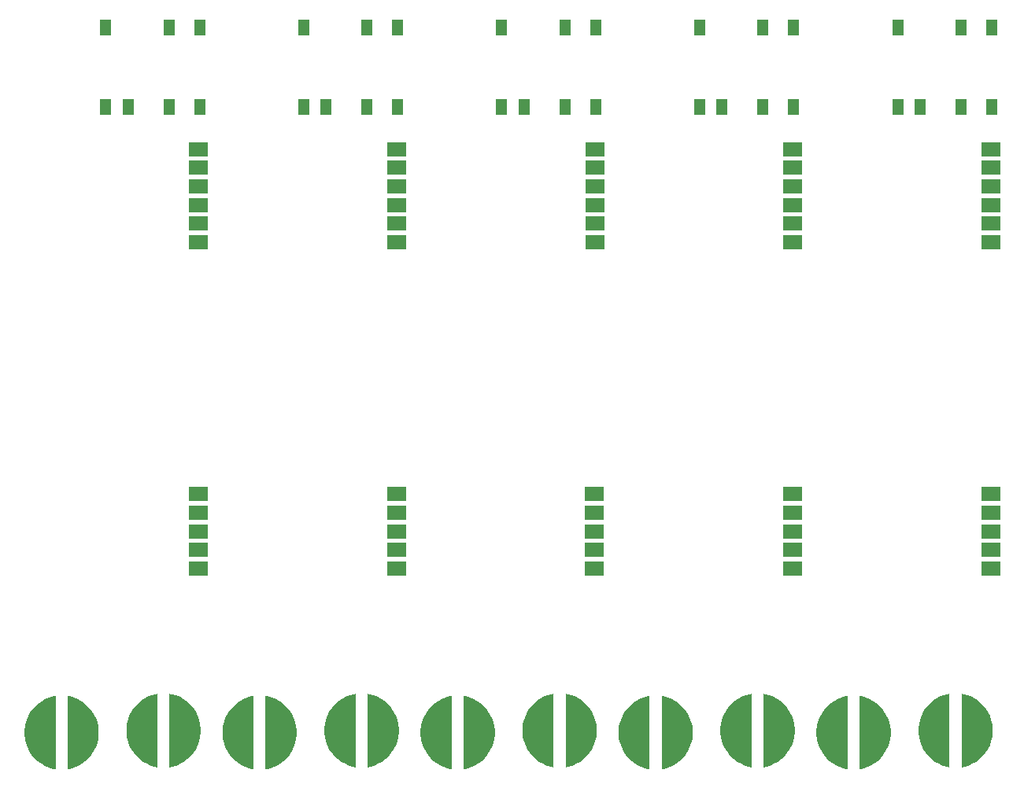
<source format=gtp>
G04*
G04 #@! TF.GenerationSoftware,Altium Limited,Altium Designer,19.1.8 (144)*
G04*
G04 Layer_Color=8421504*
%FSAX25Y25*%
%MOIN*%
G70*
G01*
G75*
%ADD11R,0.07874X0.05906*%
%ADD12R,0.05118X0.07087*%
G36*
X0541582Y0174286D02*
X0543359Y0173774D01*
X0545064Y0173058D01*
X0546673Y0172147D01*
X0548165Y0171054D01*
X0549518Y0169793D01*
X0550715Y0168384D01*
X0551739Y0166843D01*
X0552575Y0165194D01*
X0553212Y0163458D01*
X0553642Y0161659D01*
X0553859Y0159822D01*
Y0158898D01*
X0553859Y0157973D01*
X0553642Y0156137D01*
X0553212Y0154338D01*
X0552575Y0152602D01*
X0551739Y0150952D01*
X0550715Y0149412D01*
X0549518Y0148002D01*
X0548165Y0146742D01*
X0546673Y0145649D01*
X0545064Y0144738D01*
X0543359Y0144021D01*
X0541582Y0143509D01*
X0540669Y0143359D01*
X0540669Y0143359D01*
Y0174436D01*
X0541582Y0174286D01*
D02*
G37*
G36*
X0457724D02*
X0459501Y0173774D01*
X0461206Y0173058D01*
X0462815Y0172147D01*
X0464307Y0171054D01*
X0465660Y0169793D01*
X0466857Y0168384D01*
X0467880Y0166843D01*
X0468717Y0165194D01*
X0469354Y0163458D01*
X0469784Y0161659D01*
X0470000Y0159822D01*
Y0158898D01*
X0470000Y0157973D01*
X0469784Y0156137D01*
X0469354Y0154338D01*
X0468717Y0152602D01*
X0467880Y0150952D01*
X0466857Y0149412D01*
X0465660Y0148002D01*
X0464307Y0146742D01*
X0462815Y0145649D01*
X0461206Y0144738D01*
X0459501Y0144021D01*
X0457724Y0143509D01*
X0456811Y0143359D01*
X0456811Y0143359D01*
Y0174436D01*
X0457724Y0174286D01*
D02*
G37*
G36*
X0373865D02*
X0375642Y0173774D01*
X0377347Y0173058D01*
X0378957Y0172147D01*
X0380448Y0171054D01*
X0381802Y0169793D01*
X0382999Y0168384D01*
X0384022Y0166843D01*
X0384858Y0165194D01*
X0385496Y0163458D01*
X0385926Y0161659D01*
X0386142Y0159822D01*
Y0158898D01*
X0386142Y0157973D01*
X0385926Y0156137D01*
X0385496Y0154338D01*
X0384858Y0152602D01*
X0384022Y0150952D01*
X0382999Y0149412D01*
X0381802Y0148002D01*
X0380448Y0146742D01*
X0378957Y0145649D01*
X0377347Y0144738D01*
X0375642Y0144021D01*
X0373865Y0143509D01*
X0372953Y0143359D01*
X0372953Y0143359D01*
Y0174436D01*
X0373865Y0174286D01*
D02*
G37*
G36*
X0290007D02*
X0291784Y0173774D01*
X0293489Y0173058D01*
X0295098Y0172147D01*
X0296590Y0171054D01*
X0297943Y0169793D01*
X0299140Y0168384D01*
X0300164Y0166843D01*
X0301000Y0165194D01*
X0301637Y0163458D01*
X0302067Y0161659D01*
X0302284Y0159822D01*
Y0158898D01*
X0302284Y0157973D01*
X0302067Y0156137D01*
X0301637Y0154338D01*
X0301000Y0152602D01*
X0300164Y0150952D01*
X0299140Y0149412D01*
X0297944Y0148002D01*
X0296590Y0146742D01*
X0295098Y0145649D01*
X0293489Y0144738D01*
X0291784Y0144021D01*
X0290007Y0143509D01*
X0289095Y0143359D01*
X0289095Y0143359D01*
Y0174436D01*
X0290007Y0174286D01*
D02*
G37*
G36*
X0206149D02*
X0207926Y0173774D01*
X0209631Y0173058D01*
X0211240Y0172147D01*
X0212732Y0171054D01*
X0214085Y0169793D01*
X0215282Y0168384D01*
X0216305Y0166843D01*
X0217142Y0165194D01*
X0217779Y0163458D01*
X0218209Y0161659D01*
X0218425Y0159822D01*
Y0158898D01*
X0218425Y0157973D01*
X0218209Y0156137D01*
X0217779Y0154338D01*
X0217142Y0152602D01*
X0216305Y0150952D01*
X0215282Y0149412D01*
X0214085Y0148002D01*
X0212732Y0146742D01*
X0211240Y0145649D01*
X0209631Y0144738D01*
X0207926Y0144021D01*
X0206149Y0143509D01*
X0205236Y0143359D01*
X0205236Y0143359D01*
Y0174436D01*
X0206149Y0174286D01*
D02*
G37*
G36*
X0535551Y0143359D02*
X0534639Y0143509D01*
X0532862Y0144021D01*
X0531157Y0144738D01*
X0529548Y0145649D01*
X0528056Y0146742D01*
X0526702Y0148002D01*
X0525506Y0149412D01*
X0524482Y0150952D01*
X0523646Y0152602D01*
X0523009Y0154338D01*
X0522579Y0156136D01*
X0522362Y0157973D01*
Y0158897D01*
Y0158898D01*
X0522362Y0159822D01*
X0522579Y0161659D01*
X0523009Y0163458D01*
X0523646Y0165194D01*
X0524482Y0166843D01*
X0525506Y0168383D01*
X0526702Y0169793D01*
X0528056Y0171054D01*
X0529548Y0172147D01*
X0531157Y0173058D01*
X0532862Y0173774D01*
X0534639Y0174286D01*
X0535551Y0174436D01*
X0535551Y0174436D01*
X0535551Y0143359D01*
D02*
G37*
G36*
X0451693D02*
X0450781Y0143509D01*
X0449004Y0144021D01*
X0447299Y0144738D01*
X0445689Y0145649D01*
X0444198Y0146742D01*
X0442844Y0148002D01*
X0441647Y0149412D01*
X0440624Y0150952D01*
X0439788Y0152602D01*
X0439150Y0154338D01*
X0438720Y0156136D01*
X0438504Y0157973D01*
Y0158897D01*
Y0158898D01*
X0438504Y0159822D01*
X0438720Y0161659D01*
X0439150Y0163458D01*
X0439788Y0165194D01*
X0440624Y0166843D01*
X0441647Y0168383D01*
X0442844Y0169793D01*
X0444198Y0171054D01*
X0445689Y0172147D01*
X0447299Y0173058D01*
X0449004Y0173774D01*
X0450781Y0174286D01*
X0451693Y0174436D01*
X0451693Y0174436D01*
X0451693Y0143359D01*
D02*
G37*
G36*
X0367835D02*
X0366922Y0143509D01*
X0365145Y0144021D01*
X0363440Y0144738D01*
X0361831Y0145649D01*
X0360339Y0146742D01*
X0358986Y0148002D01*
X0357789Y0149412D01*
X0356766Y0150952D01*
X0355929Y0152602D01*
X0355292Y0154338D01*
X0354862Y0156136D01*
X0354646Y0157973D01*
Y0158897D01*
Y0158898D01*
X0354646Y0159822D01*
X0354862Y0161659D01*
X0355292Y0163458D01*
X0355929Y0165194D01*
X0356766Y0166843D01*
X0357789Y0168383D01*
X0358986Y0169793D01*
X0360339Y0171054D01*
X0361831Y0172147D01*
X0363440Y0173058D01*
X0365145Y0173774D01*
X0366922Y0174286D01*
X0367835Y0174436D01*
X0367835Y0174436D01*
X0367835Y0143359D01*
D02*
G37*
G36*
X0283977D02*
X0283064Y0143509D01*
X0281287Y0144021D01*
X0279582Y0144738D01*
X0277973Y0145649D01*
X0276481Y0146742D01*
X0275128Y0148002D01*
X0273931Y0149412D01*
X0272907Y0150952D01*
X0272071Y0152602D01*
X0271434Y0154338D01*
X0271004Y0156136D01*
X0270787Y0157973D01*
Y0158897D01*
Y0158898D01*
X0270787Y0159822D01*
X0271004Y0161659D01*
X0271434Y0163458D01*
X0272071Y0165194D01*
X0272907Y0166843D01*
X0273931Y0168383D01*
X0275128Y0169793D01*
X0276481Y0171054D01*
X0277973Y0172147D01*
X0279582Y0173058D01*
X0281287Y0173774D01*
X0283064Y0174286D01*
X0283977Y0174436D01*
X0283977Y0174436D01*
X0283977Y0143359D01*
D02*
G37*
G36*
X0200118D02*
X0199206Y0143509D01*
X0197429Y0144021D01*
X0195724Y0144738D01*
X0194114Y0145649D01*
X0192623Y0146742D01*
X0191269Y0148002D01*
X0190073Y0149412D01*
X0189049Y0150952D01*
X0188213Y0152602D01*
X0187575Y0154338D01*
X0187146Y0156136D01*
X0186929Y0157973D01*
Y0158897D01*
Y0158898D01*
X0186929Y0159822D01*
X0187145Y0161659D01*
X0187575Y0163458D01*
X0188213Y0165194D01*
X0189049Y0166843D01*
X0190073Y0168383D01*
X0191269Y0169793D01*
X0192623Y0171054D01*
X0194114Y0172147D01*
X0195724Y0173058D01*
X0197429Y0173774D01*
X0199206Y0174286D01*
X0200118Y0174436D01*
X0200118Y0174436D01*
X0200118Y0143359D01*
D02*
G37*
G36*
X0498393Y0173420D02*
X0500170Y0172908D01*
X0501875Y0172192D01*
X0503484Y0171281D01*
X0504976Y0170187D01*
X0506329Y0168927D01*
X0507526Y0167517D01*
X0508550Y0165977D01*
X0509386Y0164328D01*
X0510023Y0162592D01*
X0510453Y0160793D01*
X0510670Y0158956D01*
Y0158032D01*
X0510670Y0157107D01*
X0510453Y0155270D01*
X0510023Y0153472D01*
X0509386Y0151736D01*
X0508550Y0150086D01*
X0507526Y0148546D01*
X0506329Y0147136D01*
X0504976Y0145876D01*
X0503484Y0144783D01*
X0501875Y0143871D01*
X0500170Y0143155D01*
X0498393Y0142643D01*
X0497481Y0142493D01*
X0497481Y0142493D01*
Y0173570D01*
X0498393Y0173420D01*
D02*
G37*
G36*
X0414535D02*
X0416312Y0172908D01*
X0418017Y0172192D01*
X0419626Y0171281D01*
X0421118Y0170187D01*
X0422471Y0168927D01*
X0423668Y0167517D01*
X0424691Y0165977D01*
X0425528Y0164328D01*
X0426165Y0162592D01*
X0426595Y0160793D01*
X0426811Y0158956D01*
Y0158032D01*
X0426811Y0157107D01*
X0426595Y0155270D01*
X0426165Y0153472D01*
X0425528Y0151736D01*
X0424691Y0150086D01*
X0423668Y0148546D01*
X0422471Y0147136D01*
X0421118Y0145876D01*
X0419626Y0144783D01*
X0418017Y0143871D01*
X0416312Y0143155D01*
X0414535Y0142643D01*
X0413622Y0142493D01*
X0413622Y0142493D01*
Y0173570D01*
X0414535Y0173420D01*
D02*
G37*
G36*
X0330676D02*
X0332453Y0172908D01*
X0334158Y0172192D01*
X0335768Y0171281D01*
X0337259Y0170187D01*
X0338613Y0168927D01*
X0339810Y0167517D01*
X0340833Y0165977D01*
X0341669Y0164328D01*
X0342307Y0162592D01*
X0342737Y0160793D01*
X0342953Y0158956D01*
Y0158032D01*
X0342953Y0157107D01*
X0342737Y0155270D01*
X0342307Y0153472D01*
X0341669Y0151736D01*
X0340833Y0150086D01*
X0339810Y0148546D01*
X0338613Y0147136D01*
X0337259Y0145876D01*
X0335768Y0144783D01*
X0334158Y0143871D01*
X0332453Y0143155D01*
X0330676Y0142643D01*
X0329764Y0142493D01*
X0329764Y0142493D01*
Y0173570D01*
X0330676Y0173420D01*
D02*
G37*
G36*
X0246818D02*
X0248595Y0172908D01*
X0250300Y0172192D01*
X0251909Y0171281D01*
X0253401Y0170187D01*
X0254755Y0168927D01*
X0255951Y0167517D01*
X0256975Y0165977D01*
X0257811Y0164328D01*
X0258448Y0162592D01*
X0258878Y0160793D01*
X0259095Y0158956D01*
Y0158032D01*
X0259095Y0157107D01*
X0258878Y0155270D01*
X0258449Y0153472D01*
X0257811Y0151736D01*
X0256975Y0150086D01*
X0255951Y0148546D01*
X0254755Y0147136D01*
X0253401Y0145876D01*
X0251909Y0144783D01*
X0250300Y0143871D01*
X0248595Y0143155D01*
X0246818Y0142643D01*
X0245906Y0142493D01*
X0245906Y0142493D01*
Y0173570D01*
X0246818Y0173420D01*
D02*
G37*
G36*
X0162960D02*
X0164737Y0172908D01*
X0166442Y0172192D01*
X0168051Y0171281D01*
X0169543Y0170187D01*
X0170896Y0168927D01*
X0172093Y0167517D01*
X0173117Y0165977D01*
X0173953Y0164328D01*
X0174590Y0162592D01*
X0175020Y0160793D01*
X0175236Y0158956D01*
Y0158032D01*
X0175236Y0157107D01*
X0175020Y0155270D01*
X0174590Y0153472D01*
X0173953Y0151736D01*
X0173117Y0150086D01*
X0172093Y0148546D01*
X0170896Y0147136D01*
X0169543Y0145876D01*
X0168051Y0144783D01*
X0166442Y0143871D01*
X0164737Y0143155D01*
X0162960Y0142643D01*
X0162047Y0142493D01*
X0162047Y0142493D01*
Y0173570D01*
X0162960Y0173420D01*
D02*
G37*
G36*
X0492362Y0142493D02*
X0491450Y0142643D01*
X0489673Y0143155D01*
X0487968Y0143871D01*
X0486359Y0144782D01*
X0484867Y0145876D01*
X0483513Y0147136D01*
X0482317Y0148546D01*
X0481293Y0150086D01*
X0480457Y0151735D01*
X0479820Y0153471D01*
X0479390Y0155270D01*
X0479173Y0157107D01*
Y0158031D01*
Y0158031D01*
X0479173Y0158956D01*
X0479390Y0160793D01*
X0479820Y0162591D01*
X0480457Y0164327D01*
X0481293Y0165977D01*
X0482317Y0167517D01*
X0483513Y0168927D01*
X0484867Y0170187D01*
X0486359Y0171281D01*
X0487968Y0172192D01*
X0489673Y0172908D01*
X0491450Y0173420D01*
X0492362Y0173570D01*
X0492362Y0173570D01*
X0492362Y0142493D01*
D02*
G37*
G36*
X0408504D02*
X0407592Y0142643D01*
X0405815Y0143155D01*
X0404110Y0143871D01*
X0402500Y0144782D01*
X0401009Y0145876D01*
X0399655Y0147136D01*
X0398459Y0148546D01*
X0397435Y0150086D01*
X0396599Y0151735D01*
X0395961Y0153471D01*
X0395532Y0155270D01*
X0395315Y0157107D01*
Y0158031D01*
Y0158031D01*
X0395315Y0158956D01*
X0395532Y0160793D01*
X0395961Y0162591D01*
X0396599Y0164327D01*
X0397435Y0165977D01*
X0398459Y0167517D01*
X0399655Y0168927D01*
X0401009Y0170187D01*
X0402500Y0171281D01*
X0404110Y0172192D01*
X0405815Y0172908D01*
X0407592Y0173420D01*
X0408504Y0173570D01*
X0408504Y0173570D01*
X0408504Y0142493D01*
D02*
G37*
G36*
X0324646D02*
X0323733Y0142643D01*
X0321956Y0143155D01*
X0320251Y0143871D01*
X0318642Y0144782D01*
X0317150Y0145876D01*
X0315797Y0147136D01*
X0314600Y0148546D01*
X0313577Y0150086D01*
X0312740Y0151735D01*
X0312103Y0153471D01*
X0311673Y0155270D01*
X0311457Y0157107D01*
Y0158031D01*
Y0158031D01*
X0311457Y0158956D01*
X0311673Y0160793D01*
X0312103Y0162591D01*
X0312740Y0164327D01*
X0313577Y0165977D01*
X0314600Y0167517D01*
X0315797Y0168927D01*
X0317150Y0170187D01*
X0318642Y0171281D01*
X0320251Y0172192D01*
X0321956Y0172908D01*
X0323733Y0173420D01*
X0324646Y0173570D01*
X0324646Y0173570D01*
X0324646Y0142493D01*
D02*
G37*
G36*
X0240788D02*
X0239875Y0142643D01*
X0238098Y0143155D01*
X0236393Y0143871D01*
X0234784Y0144782D01*
X0233292Y0145876D01*
X0231939Y0147136D01*
X0230742Y0148546D01*
X0229718Y0150086D01*
X0228882Y0151735D01*
X0228245Y0153471D01*
X0227815Y0155270D01*
X0227598Y0157107D01*
Y0158031D01*
Y0158031D01*
X0227598Y0158956D01*
X0227815Y0160793D01*
X0228245Y0162591D01*
X0228882Y0164327D01*
X0229718Y0165977D01*
X0230742Y0167517D01*
X0231939Y0168927D01*
X0233292Y0170187D01*
X0234784Y0171281D01*
X0236393Y0172192D01*
X0238098Y0172908D01*
X0239875Y0173420D01*
X0240788Y0173570D01*
X0240788Y0173570D01*
X0240788Y0142493D01*
D02*
G37*
G36*
X0156929D02*
X0156017Y0142643D01*
X0154240Y0143155D01*
X0152535Y0143871D01*
X0150926Y0144782D01*
X0149434Y0145876D01*
X0148080Y0147136D01*
X0146884Y0148546D01*
X0145860Y0150086D01*
X0145024Y0151735D01*
X0144386Y0153471D01*
X0143957Y0155270D01*
X0143740Y0157107D01*
Y0158031D01*
Y0158031D01*
X0143740Y0158956D01*
X0143957Y0160793D01*
X0144386Y0162591D01*
X0145024Y0164327D01*
X0145860Y0165977D01*
X0146884Y0167517D01*
X0148080Y0168927D01*
X0149434Y0170187D01*
X0150926Y0171281D01*
X0152535Y0172192D01*
X0154240Y0172908D01*
X0156017Y0173420D01*
X0156929Y0173570D01*
X0156929Y0173570D01*
X0156929Y0142493D01*
D02*
G37*
D11*
X0217492Y0259114D02*
D03*
Y0251240D02*
D03*
Y0243366D02*
D03*
Y0227618D02*
D03*
Y0235492D02*
D03*
X0217559Y0381654D02*
D03*
Y0365906D02*
D03*
Y0373780D02*
D03*
Y0389528D02*
D03*
Y0397402D02*
D03*
Y0405276D02*
D03*
X0301350Y0259114D02*
D03*
Y0251240D02*
D03*
Y0243366D02*
D03*
Y0227618D02*
D03*
Y0235492D02*
D03*
X0301417Y0381654D02*
D03*
Y0365906D02*
D03*
Y0373780D02*
D03*
Y0389528D02*
D03*
Y0397402D02*
D03*
Y0405276D02*
D03*
X0385208Y0259114D02*
D03*
Y0251240D02*
D03*
Y0243366D02*
D03*
Y0227618D02*
D03*
Y0235492D02*
D03*
X0385276Y0381654D02*
D03*
Y0365906D02*
D03*
Y0373780D02*
D03*
Y0389528D02*
D03*
Y0397402D02*
D03*
Y0405276D02*
D03*
X0469066Y0259114D02*
D03*
Y0251240D02*
D03*
Y0243366D02*
D03*
Y0227618D02*
D03*
Y0235492D02*
D03*
X0469134Y0381654D02*
D03*
Y0365906D02*
D03*
Y0373780D02*
D03*
Y0389528D02*
D03*
Y0397402D02*
D03*
Y0405276D02*
D03*
X0552925Y0259114D02*
D03*
Y0251240D02*
D03*
Y0243366D02*
D03*
Y0227618D02*
D03*
Y0235492D02*
D03*
X0552992Y0381654D02*
D03*
Y0365906D02*
D03*
Y0373780D02*
D03*
Y0389528D02*
D03*
Y0397402D02*
D03*
Y0405276D02*
D03*
D12*
X0178189Y0423110D02*
D03*
X0187638D02*
D03*
X0204961D02*
D03*
X0217953D02*
D03*
X0178189Y0456969D02*
D03*
X0217953D02*
D03*
X0204961D02*
D03*
X0262047Y0423110D02*
D03*
X0271496D02*
D03*
X0288819D02*
D03*
X0301811D02*
D03*
X0262047Y0456969D02*
D03*
X0301811D02*
D03*
X0288819D02*
D03*
X0345906Y0423110D02*
D03*
X0355354D02*
D03*
X0372677D02*
D03*
X0385669D02*
D03*
X0345906Y0456969D02*
D03*
X0385669D02*
D03*
X0372677D02*
D03*
X0429764Y0423110D02*
D03*
X0439213D02*
D03*
X0456536D02*
D03*
X0469528D02*
D03*
X0429764Y0456969D02*
D03*
X0469528D02*
D03*
X0456536D02*
D03*
X0513622Y0423110D02*
D03*
X0523071D02*
D03*
X0540394D02*
D03*
X0553386D02*
D03*
X0513622Y0456969D02*
D03*
X0553386D02*
D03*
X0540394D02*
D03*
M02*

</source>
